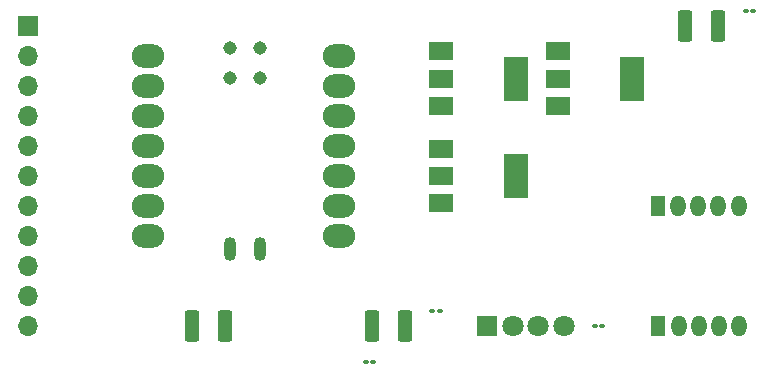
<source format=gbr>
%TF.GenerationSoftware,KiCad,Pcbnew,6.0.11+dfsg-1*%
%TF.CreationDate,2024-03-20T12:36:12-04:00*%
%TF.ProjectId,MainPCB,4d61696e-5043-4422-9e6b-696361645f70,rev?*%
%TF.SameCoordinates,Original*%
%TF.FileFunction,Soldermask,Top*%
%TF.FilePolarity,Negative*%
%FSLAX46Y46*%
G04 Gerber Fmt 4.6, Leading zero omitted, Abs format (unit mm)*
G04 Created by KiCad (PCBNEW 6.0.11+dfsg-1) date 2024-03-20 12:36:12*
%MOMM*%
%LPD*%
G01*
G04 APERTURE LIST*
G04 Aperture macros list*
%AMRoundRect*
0 Rectangle with rounded corners*
0 $1 Rounding radius*
0 $2 $3 $4 $5 $6 $7 $8 $9 X,Y pos of 4 corners*
0 Add a 4 corners polygon primitive as box body*
4,1,4,$2,$3,$4,$5,$6,$7,$8,$9,$2,$3,0*
0 Add four circle primitives for the rounded corners*
1,1,$1+$1,$2,$3*
1,1,$1+$1,$4,$5*
1,1,$1+$1,$6,$7*
1,1,$1+$1,$8,$9*
0 Add four rect primitives between the rounded corners*
20,1,$1+$1,$2,$3,$4,$5,0*
20,1,$1+$1,$4,$5,$6,$7,0*
20,1,$1+$1,$6,$7,$8,$9,0*
20,1,$1+$1,$8,$9,$2,$3,0*%
G04 Aperture macros list end*
%ADD10R,1.275000X1.800000*%
%ADD11O,1.275000X1.800000*%
%ADD12RoundRect,0.100000X-0.130000X-0.100000X0.130000X-0.100000X0.130000X0.100000X-0.130000X0.100000X0*%
%ADD13R,1.700000X1.700000*%
%ADD14O,1.700000X1.700000*%
%ADD15R,1.800000X1.800000*%
%ADD16C,1.800000*%
%ADD17RoundRect,0.250000X-0.375000X-1.075000X0.375000X-1.075000X0.375000X1.075000X-0.375000X1.075000X0*%
%ADD18R,2.000000X1.500000*%
%ADD19R,2.000000X3.800000*%
%ADD20O,2.748280X1.998980*%
%ADD21O,1.016000X2.032000*%
%ADD22C,1.143000*%
G04 APERTURE END LIST*
D10*
%TO.C,U6*%
X193020000Y-99060000D03*
D11*
X194720000Y-99060000D03*
X196420000Y-99060000D03*
X198120000Y-99060000D03*
X199820000Y-99060000D03*
%TD*%
D10*
%TO.C,U5*%
X193040000Y-109220000D03*
D11*
X194740000Y-109220000D03*
X196440000Y-109220000D03*
X198140000Y-109220000D03*
X199840000Y-109220000D03*
%TD*%
D12*
%TO.C,R4*%
X200430000Y-82550000D03*
X201070000Y-82550000D03*
%TD*%
%TO.C,R3*%
X168240000Y-112240000D03*
X168880000Y-112240000D03*
%TD*%
%TO.C,R2*%
X187640000Y-109220000D03*
X188280000Y-109220000D03*
%TD*%
%TO.C,R1*%
X173890000Y-107950000D03*
X174530000Y-107950000D03*
%TD*%
D13*
%TO.C,J1*%
X139700000Y-83820000D03*
D14*
X139700000Y-86360000D03*
X139700000Y-88900000D03*
X139700000Y-91440000D03*
X139700000Y-93980000D03*
X139700000Y-96520000D03*
X139700000Y-99060000D03*
X139700000Y-101600000D03*
X139700000Y-104140000D03*
X139700000Y-106680000D03*
X139700000Y-109220000D03*
%TD*%
D15*
%TO.C,D4*%
X178562000Y-109220000D03*
D16*
X180721000Y-109220000D03*
X182880000Y-109220000D03*
X185039000Y-109220000D03*
%TD*%
D17*
%TO.C,D3*%
X168780000Y-109220000D03*
X171580000Y-109220000D03*
%TD*%
%TO.C,D2*%
X195320000Y-83820000D03*
X198120000Y-83820000D03*
%TD*%
%TO.C,D1*%
X153540000Y-109220000D03*
X156340000Y-109220000D03*
%TD*%
D18*
%TO.C,U3*%
X174650000Y-85970000D03*
D19*
X180950000Y-88270000D03*
D18*
X174650000Y-88270000D03*
X174650000Y-90570000D03*
%TD*%
D20*
%TO.C,U4*%
X149860000Y-86360000D03*
X149860000Y-88900000D03*
X149860000Y-91440000D03*
X149860000Y-93980000D03*
X149860000Y-96520000D03*
X149860000Y-99060000D03*
X149860000Y-101600000D03*
X166024560Y-101600000D03*
X166024560Y-99060000D03*
X166024560Y-96520000D03*
X166024560Y-93980000D03*
X166024560Y-91440000D03*
X166024560Y-88900000D03*
X166024560Y-86360000D03*
D21*
X156726880Y-102677820D03*
X159276880Y-102677820D03*
D22*
X156725683Y-85673633D03*
X159265683Y-85673633D03*
X156725683Y-88213633D03*
X159265683Y-88213633D03*
%TD*%
D18*
%TO.C,U2*%
X184500000Y-85970000D03*
D19*
X190800000Y-88270000D03*
D18*
X184500000Y-88270000D03*
X184500000Y-90570000D03*
%TD*%
%TO.C,U1*%
X174650000Y-94220000D03*
X174650000Y-96520000D03*
D19*
X180950000Y-96520000D03*
D18*
X174650000Y-98820000D03*
%TD*%
M02*

</source>
